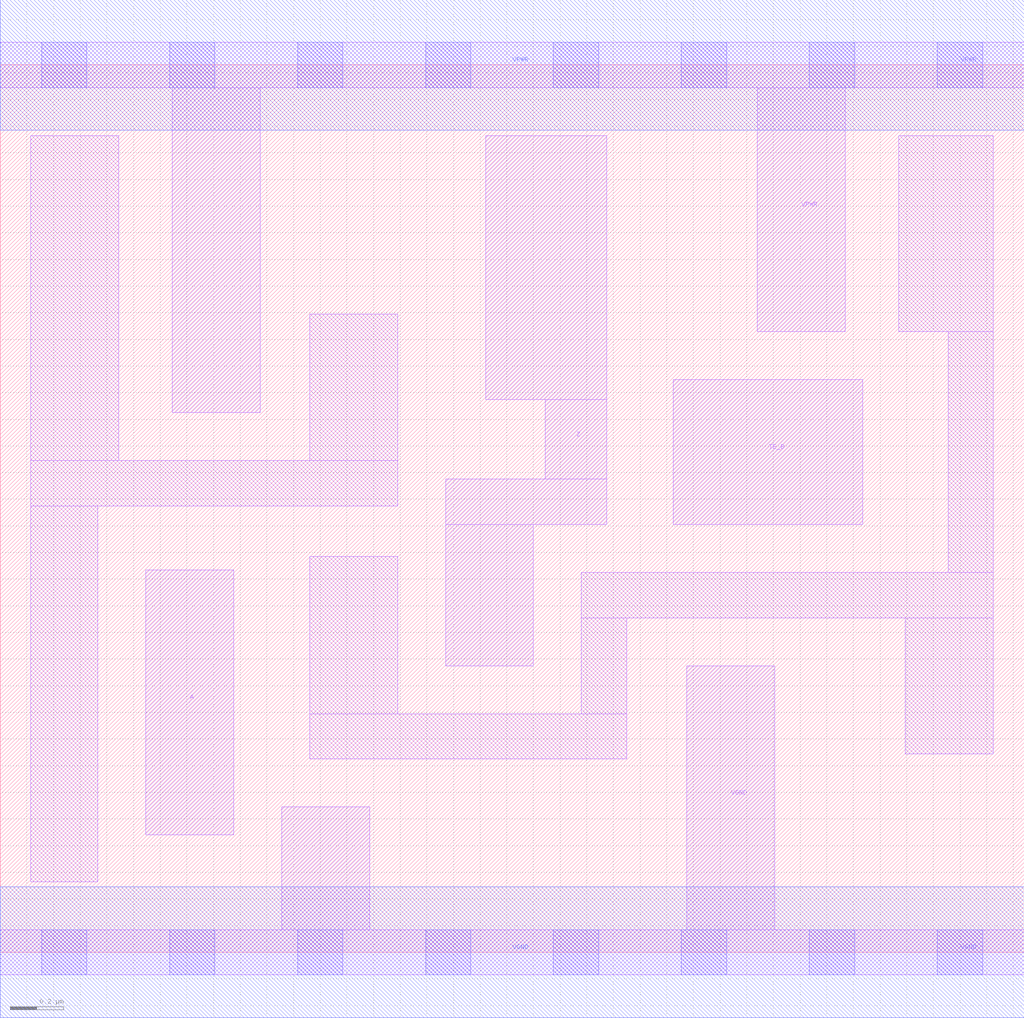
<source format=lef>
# Copyright 2020 The SkyWater PDK Authors
#
# Licensed under the Apache License, Version 2.0 (the "License");
# you may not use this file except in compliance with the License.
# You may obtain a copy of the License at
#
#     https://www.apache.org/licenses/LICENSE-2.0
#
# Unless required by applicable law or agreed to in writing, software
# distributed under the License is distributed on an "AS IS" BASIS,
# WITHOUT WARRANTIES OR CONDITIONS OF ANY KIND, either express or implied.
# See the License for the specific language governing permissions and
# limitations under the License.
#
# SPDX-License-Identifier: Apache-2.0

VERSION 5.7 ;
  NAMESCASESENSITIVE ON ;
  NOWIREEXTENSIONATPIN ON ;
  DIVIDERCHAR "/" ;
  BUSBITCHARS "[]" ;
UNITS
  DATABASE MICRONS 200 ;
END UNITS
MACRO sky130_fd_sc_lp__ebufn_lp2
  CLASS CORE ;
  SOURCE USER ;
  FOREIGN sky130_fd_sc_lp__ebufn_lp2 ;
  ORIGIN  0.000000  0.000000 ;
  SIZE  3.840000 BY  3.330000 ;
  SYMMETRY X Y R90 ;
  SITE unit ;
  PIN A
    ANTENNAGATEAREA  0.376000 ;
    DIRECTION INPUT ;
    USE SIGNAL ;
    PORT
      LAYER li1 ;
        RECT 0.545000 0.440000 0.875000 1.435000 ;
    END
  END A
  PIN TE_B
    ANTENNAGATEAREA  0.626000 ;
    DIRECTION INPUT ;
    USE SIGNAL ;
    PORT
      LAYER li1 ;
        RECT 2.525000 1.605000 3.235000 2.150000 ;
    END
  END TE_B
  PIN Z
    ANTENNADIFFAREA  0.404700 ;
    DIRECTION OUTPUT ;
    USE SIGNAL ;
    PORT
      LAYER li1 ;
        RECT 1.670000 1.075000 2.000000 1.605000 ;
        RECT 1.670000 1.605000 2.275000 1.775000 ;
        RECT 1.820000 2.075000 2.275000 3.065000 ;
        RECT 2.045000 1.775000 2.275000 2.075000 ;
    END
  END Z
  PIN VGND
    DIRECTION INOUT ;
    USE GROUND ;
    PORT
      LAYER li1 ;
        RECT 0.000000 -0.085000 3.840000 0.085000 ;
        RECT 1.055000  0.085000 1.385000 0.545000 ;
        RECT 2.575000  0.085000 2.905000 1.075000 ;
      LAYER mcon ;
        RECT 0.155000 -0.085000 0.325000 0.085000 ;
        RECT 0.635000 -0.085000 0.805000 0.085000 ;
        RECT 1.115000 -0.085000 1.285000 0.085000 ;
        RECT 1.595000 -0.085000 1.765000 0.085000 ;
        RECT 2.075000 -0.085000 2.245000 0.085000 ;
        RECT 2.555000 -0.085000 2.725000 0.085000 ;
        RECT 3.035000 -0.085000 3.205000 0.085000 ;
        RECT 3.515000 -0.085000 3.685000 0.085000 ;
      LAYER met1 ;
        RECT 0.000000 -0.245000 3.840000 0.245000 ;
    END
  END VGND
  PIN VPWR
    DIRECTION INOUT ;
    USE POWER ;
    PORT
      LAYER li1 ;
        RECT 0.000000 3.245000 3.840000 3.415000 ;
        RECT 0.645000 2.025000 0.975000 3.245000 ;
        RECT 2.840000 2.330000 3.170000 3.245000 ;
      LAYER mcon ;
        RECT 0.155000 3.245000 0.325000 3.415000 ;
        RECT 0.635000 3.245000 0.805000 3.415000 ;
        RECT 1.115000 3.245000 1.285000 3.415000 ;
        RECT 1.595000 3.245000 1.765000 3.415000 ;
        RECT 2.075000 3.245000 2.245000 3.415000 ;
        RECT 2.555000 3.245000 2.725000 3.415000 ;
        RECT 3.035000 3.245000 3.205000 3.415000 ;
        RECT 3.515000 3.245000 3.685000 3.415000 ;
      LAYER met1 ;
        RECT 0.000000 3.085000 3.840000 3.575000 ;
    END
  END VPWR
  OBS
    LAYER li1 ;
      RECT 0.115000 0.265000 0.365000 1.675000 ;
      RECT 0.115000 1.675000 1.490000 1.845000 ;
      RECT 0.115000 1.845000 0.445000 3.065000 ;
      RECT 1.160000 0.725000 2.350000 0.895000 ;
      RECT 1.160000 0.895000 1.490000 1.485000 ;
      RECT 1.160000 1.845000 1.490000 2.395000 ;
      RECT 2.180000 0.895000 2.350000 1.255000 ;
      RECT 2.180000 1.255000 3.725000 1.425000 ;
      RECT 3.370000 2.330000 3.725000 3.065000 ;
      RECT 3.395000 0.745000 3.725000 1.255000 ;
      RECT 3.555000 1.425000 3.725000 2.330000 ;
  END
END sky130_fd_sc_lp__ebufn_lp2

</source>
